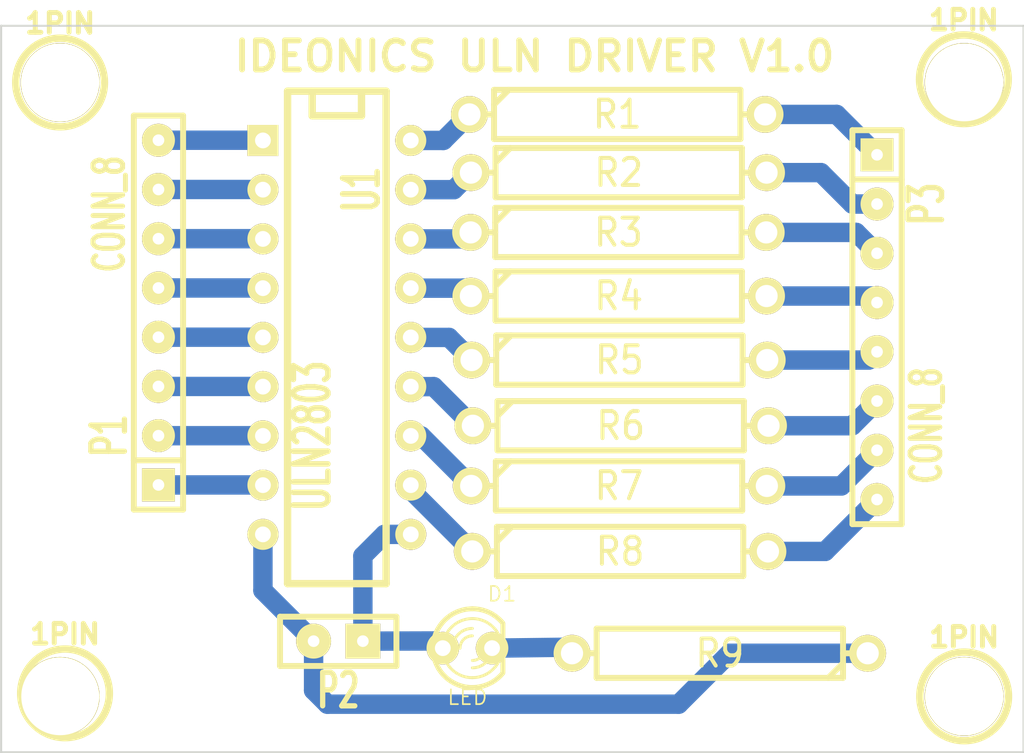
<source format=kicad_pcb>
(kicad_pcb (version 3) (host pcbnew "(2013-07-07 BZR 4022)-stable")

  (general
    (links 29)
    (no_connects 0)
    (area 107.010999 115.65636 159.816001 155.10764)
    (thickness 1.6)
    (drawings 6)
    (tracks 63)
    (zones 0)
    (modules 18)
    (nets 28)
  )

  (page A3)
  (layers
    (15 F.Cu signal)
    (0 B.Cu signal)
    (16 B.Adhes user)
    (17 F.Adhes user)
    (18 B.Paste user)
    (19 F.Paste user)
    (20 B.SilkS user)
    (21 F.SilkS user)
    (22 B.Mask user)
    (23 F.Mask user)
    (24 Dwgs.User user)
    (25 Cmts.User user)
    (26 Eco1.User user)
    (27 Eco2.User user)
    (28 Edge.Cuts user)
  )

  (setup
    (last_trace_width 1)
    (trace_clearance 0.254)
    (zone_clearance 0.508)
    (zone_45_only no)
    (trace_min 0.254)
    (segment_width 0.2)
    (edge_width 0.1)
    (via_size 0.889)
    (via_drill 0.635)
    (via_min_size 0.889)
    (via_min_drill 0.508)
    (uvia_size 0.508)
    (uvia_drill 0.127)
    (uvias_allowed no)
    (uvia_min_size 0.508)
    (uvia_min_drill 0.127)
    (pcb_text_width 0.3)
    (pcb_text_size 1.5 1.5)
    (mod_edge_width 0.15)
    (mod_text_size 1 1)
    (mod_text_width 0.15)
    (pad_size 4.064 4.064)
    (pad_drill 4)
    (pad_to_mask_clearance 0)
    (aux_axis_origin 110.236 119.507)
    (visible_elements 7FFFFFFF)
    (pcbplotparams
      (layerselection 15728641)
      (usegerberextensions true)
      (excludeedgelayer true)
      (linewidth 0.150000)
      (plotframeref false)
      (viasonmask false)
      (mode 1)
      (useauxorigin false)
      (hpglpennumber 1)
      (hpglpenspeed 20)
      (hpglpendiameter 15)
      (hpglpenoverlay 2)
      (psnegative false)
      (psa4output false)
      (plotreference true)
      (plotvalue true)
      (plotothertext true)
      (plotinvisibletext false)
      (padsonsilk false)
      (subtractmaskfromsilk false)
      (outputformat 1)
      (mirror false)
      (drillshape 0)
      (scaleselection 1)
      (outputdirectory ""))
  )

  (net 0 "")
  (net 1 GND)
  (net 2 N-000001)
  (net 3 N-0000011)
  (net 4 N-0000012)
  (net 5 N-0000014)
  (net 6 N-0000015)
  (net 7 N-0000016)
  (net 8 N-0000017)
  (net 9 N-0000018)
  (net 10 N-0000019)
  (net 11 N-000002)
  (net 12 N-0000020)
  (net 13 N-0000021)
  (net 14 N-0000022)
  (net 15 N-0000023)
  (net 16 N-0000024)
  (net 17 N-0000025)
  (net 18 N-0000026)
  (net 19 N-0000027)
  (net 20 N-000003)
  (net 21 N-000004)
  (net 22 N-000005)
  (net 23 N-000006)
  (net 24 N-000007)
  (net 25 N-000008)
  (net 26 N-000009)
  (net 27 VCC)

  (net_class Default "This is the default net class."
    (clearance 0.254)
    (trace_width 1)
    (via_dia 0.889)
    (via_drill 0.635)
    (uvia_dia 0.508)
    (uvia_drill 0.127)
    (add_net "")
    (add_net GND)
    (add_net N-000001)
    (add_net N-0000011)
    (add_net N-0000012)
    (add_net N-0000014)
    (add_net N-0000015)
    (add_net N-0000016)
    (add_net N-0000017)
    (add_net N-0000018)
    (add_net N-0000019)
    (add_net N-000002)
    (add_net N-0000020)
    (add_net N-0000021)
    (add_net N-0000022)
    (add_net N-0000023)
    (add_net N-0000024)
    (add_net N-0000025)
    (add_net N-0000026)
    (add_net N-0000027)
    (add_net N-000003)
    (add_net N-000004)
    (add_net N-000005)
    (add_net N-000006)
    (add_net N-000007)
    (add_net N-000008)
    (add_net N-000009)
    (add_net VCC)
  )

  (module R6 (layer F.Cu) (tedit 5270F4DA) (tstamp 5271BA54)
    (at 138.938 134.07644)
    (descr "Resistance 6 pas")
    (tags R)
    (path /5270E29A)
    (autoplace_cost180 10)
    (fp_text reference R5 (at 0 0) (layer F.SilkS)
      (effects (font (size 1.397 1.27) (thickness 0.2032)))
    )
    (fp_text value 820 (at 0.254 0) (layer F.SilkS) hide
      (effects (font (size 1.397 1.27) (thickness 0.2032)))
    )
    (fp_line (start -6.35 -1.27) (end 6.35 -1.27) (layer F.SilkS) (width 0.3048))
    (fp_line (start 6.35 -1.27) (end 6.35 1.27) (layer F.SilkS) (width 0.3048))
    (fp_line (start 6.35 1.27) (end -6.35 1.27) (layer F.SilkS) (width 0.3048))
    (fp_line (start 6.35 0) (end 7.62 0) (layer F.SilkS) (width 0.3048))
    (fp_line (start -7.62 0) (end -6.35 0) (layer F.SilkS) (width 0.3048))
    (fp_line (start -6.35 -0.508) (end -5.588 -1.27) (layer F.SilkS) (width 0.3048))
    (fp_line (start -6.35 -1.27) (end -6.35 1.27) (layer F.SilkS) (width 0.3048))
    (pad 1 thru_hole circle (at -7.62 0) (size 1.9 1.9) (drill 1.143)
      (layers *.Cu *.Mask F.SilkS)
      (net 8 N-0000017)
    )
    (pad 2 thru_hole circle (at 7.62 0) (size 1.9 1.9) (drill 1.143)
      (layers *.Cu *.Mask F.SilkS)
      (net 22 N-000005)
    )
    (model discret/resistor.wrl
      (at (xyz 0 0 0))
      (scale (xyz 0.6 0.6 0.6))
      (rotate (xyz 0 0 0))
    )
  )

  (module Ideonics_RMC_8 (layer F.Cu) (tedit 520C6630) (tstamp 5271BA8F)
    (at 152.21712 132.37972 270)
    (descr "Connecteur 8 pins")
    (tags "CONN DEV")
    (path /5270E1A3)
    (fp_text reference P3 (at -6.35 -2.54 270) (layer F.SilkS)
      (effects (font (size 1.72974 1.08712) (thickness 0.3048)))
    )
    (fp_text value CONN_8 (at 5.08 -2.54 270) (layer F.SilkS)
      (effects (font (size 1.524 1.016) (thickness 0.3048)))
    )
    (fp_line (start -10.16 -1.27) (end 10.16 -1.27) (layer F.SilkS) (width 0.3048))
    (fp_line (start 10.16 -1.27) (end 10.16 1.27) (layer F.SilkS) (width 0.3048))
    (fp_line (start 10.16 1.27) (end -10.16 1.27) (layer F.SilkS) (width 0.3048))
    (fp_line (start -10.16 1.27) (end -10.16 -1.27) (layer F.SilkS) (width 0.3048))
    (fp_line (start -7.62 1.27) (end -7.62 -1.27) (layer F.SilkS) (width 0.3048))
    (pad 1 thru_hole rect (at -8.89 0 270) (size 1.7 1.7) (drill 0.6)
      (layers *.Cu *.Mask F.SilkS)
      (net 25 N-000008)
    )
    (pad 2 thru_hole circle (at -6.35 0 270) (size 1.7 1.7) (drill 0.6)
      (layers *.Cu *.Mask F.SilkS)
      (net 24 N-000007)
    )
    (pad 3 thru_hole circle (at -3.81 0 270) (size 1.7 1.7) (drill 0.6)
      (layers *.Cu *.Mask F.SilkS)
      (net 11 N-000002)
    )
    (pad 4 thru_hole circle (at -1.27 0 270) (size 1.7 1.7) (drill 0.6)
      (layers *.Cu *.Mask F.SilkS)
      (net 23 N-000006)
    )
    (pad 5 thru_hole circle (at 1.27 0 270) (size 1.7 1.7) (drill 0.6)
      (layers *.Cu *.Mask F.SilkS)
      (net 22 N-000005)
    )
    (pad 6 thru_hole circle (at 3.81 0 270) (size 1.7 1.7) (drill 0.6)
      (layers *.Cu *.Mask F.SilkS)
      (net 21 N-000004)
    )
    (pad 7 thru_hole circle (at 6.35 0 270) (size 1.7 1.7) (drill 0.6)
      (layers *.Cu *.Mask F.SilkS)
      (net 20 N-000003)
    )
    (pad 8 thru_hole circle (at 8.89 0 270) (size 1.7 1.7) (drill 0.6)
      (layers *.Cu *.Mask F.SilkS)
      (net 2 N-000001)
    )
  )

  (module Ideonics_RMC_8 (layer F.Cu) (tedit 520C6630) (tstamp 5271BAA0)
    (at 115.17884 131.62788 90)
    (descr "Connecteur 8 pins")
    (tags "CONN DEV")
    (path /5270E1B0)
    (fp_text reference P1 (at -6.35 -2.54 90) (layer F.SilkS)
      (effects (font (size 1.72974 1.08712) (thickness 0.3048)))
    )
    (fp_text value CONN_8 (at 5.08 -2.54 90) (layer F.SilkS)
      (effects (font (size 1.524 1.016) (thickness 0.3048)))
    )
    (fp_line (start -10.16 -1.27) (end 10.16 -1.27) (layer F.SilkS) (width 0.3048))
    (fp_line (start 10.16 -1.27) (end 10.16 1.27) (layer F.SilkS) (width 0.3048))
    (fp_line (start 10.16 1.27) (end -10.16 1.27) (layer F.SilkS) (width 0.3048))
    (fp_line (start -10.16 1.27) (end -10.16 -1.27) (layer F.SilkS) (width 0.3048))
    (fp_line (start -7.62 1.27) (end -7.62 -1.27) (layer F.SilkS) (width 0.3048))
    (pad 1 thru_hole rect (at -8.89 0 90) (size 1.7 1.7) (drill 0.6)
      (layers *.Cu *.Mask F.SilkS)
      (net 19 N-0000027)
    )
    (pad 2 thru_hole circle (at -6.35 0 90) (size 1.7 1.7) (drill 0.6)
      (layers *.Cu *.Mask F.SilkS)
      (net 18 N-0000026)
    )
    (pad 3 thru_hole circle (at -3.81 0 90) (size 1.7 1.7) (drill 0.6)
      (layers *.Cu *.Mask F.SilkS)
      (net 17 N-0000025)
    )
    (pad 4 thru_hole circle (at -1.27 0 90) (size 1.7 1.7) (drill 0.6)
      (layers *.Cu *.Mask F.SilkS)
      (net 16 N-0000024)
    )
    (pad 5 thru_hole circle (at 1.27 0 90) (size 1.7 1.7) (drill 0.6)
      (layers *.Cu *.Mask F.SilkS)
      (net 15 N-0000023)
    )
    (pad 6 thru_hole circle (at 3.81 0 90) (size 1.7 1.7) (drill 0.6)
      (layers *.Cu *.Mask F.SilkS)
      (net 14 N-0000022)
    )
    (pad 7 thru_hole circle (at 6.35 0 90) (size 1.7 1.7) (drill 0.6)
      (layers *.Cu *.Mask F.SilkS)
      (net 13 N-0000021)
    )
    (pad 8 thru_hole circle (at 8.89 0 90) (size 1.7 1.7) (drill 0.6)
      (layers *.Cu *.Mask F.SilkS)
      (net 5 N-0000014)
    )
  )

  (module Ideonics_RMC_2 (layer F.Cu) (tedit 52272A72) (tstamp 5271BAAA)
    (at 124.44476 148.58492 180)
    (descr "Connecteurs 2 pins")
    (tags "CONN DEV")
    (path /5270E1C7)
    (fp_text reference P2 (at 0 -2.54 180) (layer F.SilkS)
      (effects (font (size 1.72974 1.08712) (thickness 0.27178)))
    )
    (fp_text value CONN_2 (at 0 -2.54 180) (layer F.SilkS) hide
      (effects (font (size 1.524 1.016) (thickness 0.254)))
    )
    (fp_line (start -3 1.27) (end -3 -1.27) (layer F.SilkS) (width 0.3048))
    (fp_line (start -3 -1.27) (end 3 -1.27) (layer F.SilkS) (width 0.3048))
    (fp_line (start 3 -1.27) (end 3 1.27) (layer F.SilkS) (width 0.3048))
    (fp_line (start 3 1.27) (end -3 1.27) (layer F.SilkS) (width 0.3048))
    (pad 1 thru_hole rect (at -1.27 0.01016 180) (size 1.8 1.8) (drill 0.6)
      (layers *.Cu *.Mask F.SilkS)
      (net 27 VCC)
    )
    (pad 2 thru_hole circle (at 1.27 0.01016 180) (size 1.8 1.8) (drill 0.6)
      (layers *.Cu *.Mask F.SilkS)
      (net 1 GND)
    )
  )

  (module DIP-18__300 (layer F.Cu) (tedit 5270EEED) (tstamp 5271BAC7)
    (at 124.37364 132.90804 270)
    (descr "8 pins DIL package, round pads")
    (path /5270E18A)
    (fp_text reference U1 (at -7.62 -1.27 270) (layer F.SilkS)
      (effects (font (size 1.778 1.143) (thickness 0.3048)))
    )
    (fp_text value ULN2803 (at 5.08 1.27 270) (layer F.SilkS)
      (effects (font (size 1.778 1.143) (thickness 0.3048)))
    )
    (fp_line (start -12.7 -1.27) (end -11.43 -1.27) (layer F.SilkS) (width 0.381))
    (fp_line (start -11.43 -1.27) (end -11.43 1.27) (layer F.SilkS) (width 0.381))
    (fp_line (start -11.43 1.27) (end -12.7 1.27) (layer F.SilkS) (width 0.381))
    (fp_line (start -12.7 -2.54) (end 12.7 -2.54) (layer F.SilkS) (width 0.381))
    (fp_line (start 12.7 -2.54) (end 12.7 2.54) (layer F.SilkS) (width 0.381))
    (fp_line (start 12.7 2.54) (end -12.7 2.54) (layer F.SilkS) (width 0.381))
    (fp_line (start -12.7 2.54) (end -12.7 -2.54) (layer F.SilkS) (width 0.381))
    (pad 1 thru_hole rect (at -10.16 3.81 270) (size 1.6 1.6) (drill 0.8128)
      (layers *.Cu *.Mask F.SilkS)
      (net 5 N-0000014)
    )
    (pad 2 thru_hole circle (at -7.62 3.81 270) (size 1.6 1.6) (drill 0.8128)
      (layers *.Cu *.Mask F.SilkS)
      (net 13 N-0000021)
    )
    (pad 3 thru_hole circle (at -5.08 3.81 270) (size 1.6 1.6) (drill 0.8128)
      (layers *.Cu *.Mask F.SilkS)
      (net 14 N-0000022)
    )
    (pad 4 thru_hole circle (at -2.54 3.81 270) (size 1.6 1.6) (drill 0.8128)
      (layers *.Cu *.Mask F.SilkS)
      (net 15 N-0000023)
    )
    (pad 5 thru_hole circle (at 0 3.81 270) (size 1.6 1.6) (drill 0.8128)
      (layers *.Cu *.Mask F.SilkS)
      (net 16 N-0000024)
    )
    (pad 6 thru_hole circle (at 2.54 3.81 270) (size 1.6 1.6) (drill 0.8128)
      (layers *.Cu *.Mask F.SilkS)
      (net 17 N-0000025)
    )
    (pad 7 thru_hole circle (at 5.08 3.81 270) (size 1.6 1.6) (drill 0.8128)
      (layers *.Cu *.Mask F.SilkS)
      (net 18 N-0000026)
    )
    (pad 8 thru_hole circle (at 7.62 3.81 270) (size 1.6 1.6) (drill 0.8128)
      (layers *.Cu *.Mask F.SilkS)
      (net 19 N-0000027)
    )
    (pad 9 thru_hole circle (at 10.16 3.81 270) (size 1.6 1.6) (drill 0.8128)
      (layers *.Cu *.Mask F.SilkS)
      (net 1 GND)
    )
    (pad 10 thru_hole circle (at 10.16 -3.81 270) (size 1.6 1.6) (drill 0.8128)
      (layers *.Cu *.Mask F.SilkS)
      (net 27 VCC)
    )
    (pad 11 thru_hole circle (at 7.62 -3.81 270) (size 1.6 1.6) (drill 0.8128)
      (layers *.Cu *.Mask F.SilkS)
      (net 3 N-0000011)
    )
    (pad 12 thru_hole circle (at 5.08 -3.81 270) (size 1.6 1.6) (drill 0.8128)
      (layers *.Cu *.Mask F.SilkS)
      (net 6 N-0000015)
    )
    (pad 13 thru_hole circle (at 2.54 -3.81 270) (size 1.6 1.6) (drill 0.8128)
      (layers *.Cu *.Mask F.SilkS)
      (net 7 N-0000016)
    )
    (pad 14 thru_hole circle (at 0 -3.81 270) (size 1.6 1.6) (drill 0.8128)
      (layers *.Cu *.Mask F.SilkS)
      (net 8 N-0000017)
    )
    (pad 15 thru_hole circle (at -2.54 -3.81 270) (size 1.6 1.6) (drill 0.8128)
      (layers *.Cu *.Mask F.SilkS)
      (net 9 N-0000018)
    )
    (pad 16 thru_hole circle (at -5.08 -3.81 270) (size 1.6 1.6) (drill 0.8128)
      (layers *.Cu *.Mask F.SilkS)
      (net 4 N-0000012)
    )
    (pad 17 thru_hole circle (at -7.62 -3.81 270) (size 1.6 1.6) (drill 0.8128)
      (layers *.Cu *.Mask F.SilkS)
      (net 10 N-0000019)
    )
    (pad 18 thru_hole circle (at -10.16 -3.81 270) (size 1.6 1.6) (drill 0.8128)
      (layers *.Cu *.Mask F.SilkS)
      (net 12 N-0000020)
    )
    (model dil/dil_18.wrl
      (at (xyz 0 0 0))
      (scale (xyz 1 1 1))
      (rotate (xyz 0 0 0))
    )
  )

  (module LED-3MM (layer F.Cu) (tedit 50ADE848) (tstamp 52712160)
    (at 131.10464 148.93544)
    (descr "LED 3mm - Lead pitch 100mil (2,54mm)")
    (tags "LED led 3mm 3MM 100mil 2,54mm")
    (path /5270F07C)
    (fp_text reference D1 (at 1.778 -2.794) (layer F.SilkS)
      (effects (font (size 0.762 0.762) (thickness 0.0889)))
    )
    (fp_text value LED (at 0 2.54) (layer F.SilkS)
      (effects (font (size 0.762 0.762) (thickness 0.0889)))
    )
    (fp_line (start 1.8288 1.27) (end 1.8288 -1.27) (layer F.SilkS) (width 0.254))
    (fp_arc (start 0.254 0) (end -1.27 0) (angle 39.8) (layer F.SilkS) (width 0.1524))
    (fp_arc (start 0.254 0) (end -0.88392 1.01092) (angle 41.6) (layer F.SilkS) (width 0.1524))
    (fp_arc (start 0.254 0) (end 1.4097 -0.9906) (angle 40.6) (layer F.SilkS) (width 0.1524))
    (fp_arc (start 0.254 0) (end 1.778 0) (angle 39.8) (layer F.SilkS) (width 0.1524))
    (fp_arc (start 0.254 0) (end 0.254 -1.524) (angle 54.4) (layer F.SilkS) (width 0.1524))
    (fp_arc (start 0.254 0) (end -0.9652 -0.9144) (angle 53.1) (layer F.SilkS) (width 0.1524))
    (fp_arc (start 0.254 0) (end 1.45542 0.93472) (angle 52.1) (layer F.SilkS) (width 0.1524))
    (fp_arc (start 0.254 0) (end 0.254 1.524) (angle 52.1) (layer F.SilkS) (width 0.1524))
    (fp_arc (start 0.254 0) (end -0.381 0) (angle 90) (layer F.SilkS) (width 0.1524))
    (fp_arc (start 0.254 0) (end -0.762 0) (angle 90) (layer F.SilkS) (width 0.1524))
    (fp_arc (start 0.254 0) (end 0.889 0) (angle 90) (layer F.SilkS) (width 0.1524))
    (fp_arc (start 0.254 0) (end 1.27 0) (angle 90) (layer F.SilkS) (width 0.1524))
    (fp_arc (start 0.254 0) (end 0.254 -2.032) (angle 50.1) (layer F.SilkS) (width 0.254))
    (fp_arc (start 0.254 0) (end -1.5367 -0.95504) (angle 61.9) (layer F.SilkS) (width 0.254))
    (fp_arc (start 0.254 0) (end 1.8034 1.31064) (angle 49.7) (layer F.SilkS) (width 0.254))
    (fp_arc (start 0.254 0) (end 0.254 2.032) (angle 60.2) (layer F.SilkS) (width 0.254))
    (fp_arc (start 0.254 0) (end -1.778 0) (angle 28.3) (layer F.SilkS) (width 0.254))
    (fp_arc (start 0.254 0) (end -1.47574 1.06426) (angle 31.6) (layer F.SilkS) (width 0.254))
    (pad 1 thru_hole circle (at -1.27 0) (size 1.6764 1.6764) (drill 0.8128)
      (layers *.Cu *.Mask F.SilkS)
      (net 27 VCC)
    )
    (pad 2 thru_hole circle (at 1.27 0) (size 1.6764 1.6764) (drill 0.8128)
      (layers *.Cu *.Mask F.SilkS)
      (net 26 N-000009)
    )
    (model discret/leds/led3_vertical_verde.wrl
      (at (xyz 0 0 0))
      (scale (xyz 1 1 1))
      (rotate (xyz 0 0 0))
    )
  )

  (module R6 (layer F.Cu) (tedit 5270F4DA) (tstamp 5271BA1C)
    (at 138.82624 121.40692)
    (descr "Resistance 6 pas")
    (tags R)
    (path /5270E254)
    (autoplace_cost180 10)
    (fp_text reference R1 (at 0 0) (layer F.SilkS)
      (effects (font (size 1.397 1.27) (thickness 0.2032)))
    )
    (fp_text value 820 (at 0.254 0) (layer F.SilkS) hide
      (effects (font (size 1.397 1.27) (thickness 0.2032)))
    )
    (fp_line (start -6.35 -1.27) (end 6.35 -1.27) (layer F.SilkS) (width 0.3048))
    (fp_line (start 6.35 -1.27) (end 6.35 1.27) (layer F.SilkS) (width 0.3048))
    (fp_line (start 6.35 1.27) (end -6.35 1.27) (layer F.SilkS) (width 0.3048))
    (fp_line (start 6.35 0) (end 7.62 0) (layer F.SilkS) (width 0.3048))
    (fp_line (start -7.62 0) (end -6.35 0) (layer F.SilkS) (width 0.3048))
    (fp_line (start -6.35 -0.508) (end -5.588 -1.27) (layer F.SilkS) (width 0.3048))
    (fp_line (start -6.35 -1.27) (end -6.35 1.27) (layer F.SilkS) (width 0.3048))
    (pad 1 thru_hole circle (at -7.62 0) (size 1.9 1.9) (drill 1.143)
      (layers *.Cu *.Mask F.SilkS)
      (net 12 N-0000020)
    )
    (pad 2 thru_hole circle (at 7.62 0) (size 1.9 1.9) (drill 1.143)
      (layers *.Cu *.Mask F.SilkS)
      (net 25 N-000008)
    )
    (model discret/resistor.wrl
      (at (xyz 0 0 0))
      (scale (xyz 0.6 0.6 0.6))
      (rotate (xyz 0 0 0))
    )
  )

  (module R6 (layer F.Cu) (tedit 5270F4DA) (tstamp 5271BA2A)
    (at 138.90244 124.4092)
    (descr "Resistance 6 pas")
    (tags R)
    (path /5270E261)
    (autoplace_cost180 10)
    (fp_text reference R2 (at 0 0) (layer F.SilkS)
      (effects (font (size 1.397 1.27) (thickness 0.2032)))
    )
    (fp_text value 820 (at 0.254 0) (layer F.SilkS) hide
      (effects (font (size 1.397 1.27) (thickness 0.2032)))
    )
    (fp_line (start -6.35 -1.27) (end 6.35 -1.27) (layer F.SilkS) (width 0.3048))
    (fp_line (start 6.35 -1.27) (end 6.35 1.27) (layer F.SilkS) (width 0.3048))
    (fp_line (start 6.35 1.27) (end -6.35 1.27) (layer F.SilkS) (width 0.3048))
    (fp_line (start 6.35 0) (end 7.62 0) (layer F.SilkS) (width 0.3048))
    (fp_line (start -7.62 0) (end -6.35 0) (layer F.SilkS) (width 0.3048))
    (fp_line (start -6.35 -0.508) (end -5.588 -1.27) (layer F.SilkS) (width 0.3048))
    (fp_line (start -6.35 -1.27) (end -6.35 1.27) (layer F.SilkS) (width 0.3048))
    (pad 1 thru_hole circle (at -7.62 0) (size 1.9 1.9) (drill 1.143)
      (layers *.Cu *.Mask F.SilkS)
      (net 10 N-0000019)
    )
    (pad 2 thru_hole circle (at 7.62 0) (size 1.9 1.9) (drill 1.143)
      (layers *.Cu *.Mask F.SilkS)
      (net 24 N-000007)
    )
    (model discret/resistor.wrl
      (at (xyz 0 0 0))
      (scale (xyz 0.6 0.6 0.6))
      (rotate (xyz 0 0 0))
    )
  )

  (module R6 (layer F.Cu) (tedit 5270F4DA) (tstamp 5271BA38)
    (at 138.8872 127.49276)
    (descr "Resistance 6 pas")
    (tags R)
    (path /5270E267)
    (autoplace_cost180 10)
    (fp_text reference R3 (at 0 0) (layer F.SilkS)
      (effects (font (size 1.397 1.27) (thickness 0.2032)))
    )
    (fp_text value 820 (at 0.254 0) (layer F.SilkS) hide
      (effects (font (size 1.397 1.27) (thickness 0.2032)))
    )
    (fp_line (start -6.35 -1.27) (end 6.35 -1.27) (layer F.SilkS) (width 0.3048))
    (fp_line (start 6.35 -1.27) (end 6.35 1.27) (layer F.SilkS) (width 0.3048))
    (fp_line (start 6.35 1.27) (end -6.35 1.27) (layer F.SilkS) (width 0.3048))
    (fp_line (start 6.35 0) (end 7.62 0) (layer F.SilkS) (width 0.3048))
    (fp_line (start -7.62 0) (end -6.35 0) (layer F.SilkS) (width 0.3048))
    (fp_line (start -6.35 -0.508) (end -5.588 -1.27) (layer F.SilkS) (width 0.3048))
    (fp_line (start -6.35 -1.27) (end -6.35 1.27) (layer F.SilkS) (width 0.3048))
    (pad 1 thru_hole circle (at -7.62 0) (size 1.9 1.9) (drill 1.143)
      (layers *.Cu *.Mask F.SilkS)
      (net 4 N-0000012)
    )
    (pad 2 thru_hole circle (at 7.62 0) (size 1.9 1.9) (drill 1.143)
      (layers *.Cu *.Mask F.SilkS)
      (net 11 N-000002)
    )
    (model discret/resistor.wrl
      (at (xyz 0 0 0))
      (scale (xyz 0.6 0.6 0.6))
      (rotate (xyz 0 0 0))
    )
  )

  (module R6 (layer F.Cu) (tedit 5270F4DA) (tstamp 5271BA46)
    (at 138.90244 130.77444)
    (descr "Resistance 6 pas")
    (tags R)
    (path /5270E28F)
    (autoplace_cost180 10)
    (fp_text reference R4 (at 0 0) (layer F.SilkS)
      (effects (font (size 1.397 1.27) (thickness 0.2032)))
    )
    (fp_text value 820 (at 0.254 0) (layer F.SilkS) hide
      (effects (font (size 1.397 1.27) (thickness 0.2032)))
    )
    (fp_line (start -6.35 -1.27) (end 6.35 -1.27) (layer F.SilkS) (width 0.3048))
    (fp_line (start 6.35 -1.27) (end 6.35 1.27) (layer F.SilkS) (width 0.3048))
    (fp_line (start 6.35 1.27) (end -6.35 1.27) (layer F.SilkS) (width 0.3048))
    (fp_line (start 6.35 0) (end 7.62 0) (layer F.SilkS) (width 0.3048))
    (fp_line (start -7.62 0) (end -6.35 0) (layer F.SilkS) (width 0.3048))
    (fp_line (start -6.35 -0.508) (end -5.588 -1.27) (layer F.SilkS) (width 0.3048))
    (fp_line (start -6.35 -1.27) (end -6.35 1.27) (layer F.SilkS) (width 0.3048))
    (pad 1 thru_hole circle (at -7.62 0) (size 1.9 1.9) (drill 1.143)
      (layers *.Cu *.Mask F.SilkS)
      (net 9 N-0000018)
    )
    (pad 2 thru_hole circle (at 7.62 0) (size 1.9 1.9) (drill 1.143)
      (layers *.Cu *.Mask F.SilkS)
      (net 23 N-000006)
    )
    (model discret/resistor.wrl
      (at (xyz 0 0 0))
      (scale (xyz 0.6 0.6 0.6))
      (rotate (xyz 0 0 0))
    )
  )

  (module R6 (layer F.Cu) (tedit 5270F4DA) (tstamp 5271BA62)
    (at 139.00404 137.4648)
    (descr "Resistance 6 pas")
    (tags R)
    (path /5270E2A5)
    (autoplace_cost180 10)
    (fp_text reference R6 (at 0 0) (layer F.SilkS)
      (effects (font (size 1.397 1.27) (thickness 0.2032)))
    )
    (fp_text value 820 (at 0.254 0) (layer F.SilkS) hide
      (effects (font (size 1.397 1.27) (thickness 0.2032)))
    )
    (fp_line (start -6.35 -1.27) (end 6.35 -1.27) (layer F.SilkS) (width 0.3048))
    (fp_line (start 6.35 -1.27) (end 6.35 1.27) (layer F.SilkS) (width 0.3048))
    (fp_line (start 6.35 1.27) (end -6.35 1.27) (layer F.SilkS) (width 0.3048))
    (fp_line (start 6.35 0) (end 7.62 0) (layer F.SilkS) (width 0.3048))
    (fp_line (start -7.62 0) (end -6.35 0) (layer F.SilkS) (width 0.3048))
    (fp_line (start -6.35 -0.508) (end -5.588 -1.27) (layer F.SilkS) (width 0.3048))
    (fp_line (start -6.35 -1.27) (end -6.35 1.27) (layer F.SilkS) (width 0.3048))
    (pad 1 thru_hole circle (at -7.62 0) (size 1.9 1.9) (drill 1.143)
      (layers *.Cu *.Mask F.SilkS)
      (net 7 N-0000016)
    )
    (pad 2 thru_hole circle (at 7.62 0) (size 1.9 1.9) (drill 1.143)
      (layers *.Cu *.Mask F.SilkS)
      (net 21 N-000004)
    )
    (model discret/resistor.wrl
      (at (xyz 0 0 0))
      (scale (xyz 0.6 0.6 0.6))
      (rotate (xyz 0 0 0))
    )
  )

  (module R6 (layer F.Cu) (tedit 5270F4DA) (tstamp 5271BA70)
    (at 138.91768 140.56868)
    (descr "Resistance 6 pas")
    (tags R)
    (path /5270E2B0)
    (autoplace_cost180 10)
    (fp_text reference R7 (at 0 0) (layer F.SilkS)
      (effects (font (size 1.397 1.27) (thickness 0.2032)))
    )
    (fp_text value 820 (at 0.254 0) (layer F.SilkS) hide
      (effects (font (size 1.397 1.27) (thickness 0.2032)))
    )
    (fp_line (start -6.35 -1.27) (end 6.35 -1.27) (layer F.SilkS) (width 0.3048))
    (fp_line (start 6.35 -1.27) (end 6.35 1.27) (layer F.SilkS) (width 0.3048))
    (fp_line (start 6.35 1.27) (end -6.35 1.27) (layer F.SilkS) (width 0.3048))
    (fp_line (start 6.35 0) (end 7.62 0) (layer F.SilkS) (width 0.3048))
    (fp_line (start -7.62 0) (end -6.35 0) (layer F.SilkS) (width 0.3048))
    (fp_line (start -6.35 -0.508) (end -5.588 -1.27) (layer F.SilkS) (width 0.3048))
    (fp_line (start -6.35 -1.27) (end -6.35 1.27) (layer F.SilkS) (width 0.3048))
    (pad 1 thru_hole circle (at -7.62 0) (size 1.9 1.9) (drill 1.143)
      (layers *.Cu *.Mask F.SilkS)
      (net 6 N-0000015)
    )
    (pad 2 thru_hole circle (at 7.62 0) (size 1.9 1.9) (drill 1.143)
      (layers *.Cu *.Mask F.SilkS)
      (net 20 N-000003)
    )
    (model discret/resistor.wrl
      (at (xyz 0 0 0))
      (scale (xyz 0.6 0.6 0.6))
      (rotate (xyz 0 0 0))
    )
  )

  (module R6 (layer F.Cu) (tedit 5270F4DA) (tstamp 5271BA7E)
    (at 138.97356 143.94688)
    (descr "Resistance 6 pas")
    (tags R)
    (path /5270E2B6)
    (autoplace_cost180 10)
    (fp_text reference R8 (at 0 0) (layer F.SilkS)
      (effects (font (size 1.397 1.27) (thickness 0.2032)))
    )
    (fp_text value 820 (at 0.254 0) (layer F.SilkS) hide
      (effects (font (size 1.397 1.27) (thickness 0.2032)))
    )
    (fp_line (start -6.35 -1.27) (end 6.35 -1.27) (layer F.SilkS) (width 0.3048))
    (fp_line (start 6.35 -1.27) (end 6.35 1.27) (layer F.SilkS) (width 0.3048))
    (fp_line (start 6.35 1.27) (end -6.35 1.27) (layer F.SilkS) (width 0.3048))
    (fp_line (start 6.35 0) (end 7.62 0) (layer F.SilkS) (width 0.3048))
    (fp_line (start -7.62 0) (end -6.35 0) (layer F.SilkS) (width 0.3048))
    (fp_line (start -6.35 -0.508) (end -5.588 -1.27) (layer F.SilkS) (width 0.3048))
    (fp_line (start -6.35 -1.27) (end -6.35 1.27) (layer F.SilkS) (width 0.3048))
    (pad 1 thru_hole circle (at -7.62 0) (size 1.9 1.9) (drill 1.143)
      (layers *.Cu *.Mask F.SilkS)
      (net 3 N-0000011)
    )
    (pad 2 thru_hole circle (at 7.62 0) (size 1.9 1.9) (drill 1.143)
      (layers *.Cu *.Mask F.SilkS)
      (net 2 N-000001)
    )
    (model discret/resistor.wrl
      (at (xyz 0 0 0))
      (scale (xyz 0.6 0.6 0.6))
      (rotate (xyz 0 0 0))
    )
  )

  (module R6 (layer F.Cu) (tedit 5270F4DA) (tstamp 527113FB)
    (at 144.11452 149.1996 180)
    (descr "Resistance 6 pas")
    (tags R)
    (path /5270F093)
    (autoplace_cost180 10)
    (fp_text reference R9 (at 0 0 180) (layer F.SilkS)
      (effects (font (size 1.397 1.27) (thickness 0.2032)))
    )
    (fp_text value 820 (at 0.254 0 180) (layer F.SilkS) hide
      (effects (font (size 1.397 1.27) (thickness 0.2032)))
    )
    (fp_line (start -6.35 -1.27) (end 6.35 -1.27) (layer F.SilkS) (width 0.3048))
    (fp_line (start 6.35 -1.27) (end 6.35 1.27) (layer F.SilkS) (width 0.3048))
    (fp_line (start 6.35 1.27) (end -6.35 1.27) (layer F.SilkS) (width 0.3048))
    (fp_line (start 6.35 0) (end 7.62 0) (layer F.SilkS) (width 0.3048))
    (fp_line (start -7.62 0) (end -6.35 0) (layer F.SilkS) (width 0.3048))
    (fp_line (start -6.35 -0.508) (end -5.588 -1.27) (layer F.SilkS) (width 0.3048))
    (fp_line (start -6.35 -1.27) (end -6.35 1.27) (layer F.SilkS) (width 0.3048))
    (pad 1 thru_hole circle (at -7.62 0 180) (size 1.9 1.9) (drill 1.143)
      (layers *.Cu *.Mask F.SilkS)
      (net 1 GND)
    )
    (pad 2 thru_hole circle (at 7.62 0 180) (size 1.9 1.9) (drill 1.143)
      (layers *.Cu *.Mask F.SilkS)
      (net 26 N-000009)
    )
    (model discret/resistor.wrl
      (at (xyz 0 0 0))
      (scale (xyz 0.6 0.6 0.6))
      (rotate (xyz 0 0 0))
    )
  )

  (module 1pin (layer F.Cu) (tedit 5270FA72) (tstamp 5271384D)
    (at 110.109 119.761)
    (descr "module 1 pin (ou trou mecanique de percage)")
    (tags DEV)
    (path 1pin)
    (fp_text reference 1PIN (at 0 -3.048) (layer F.SilkS)
      (effects (font (size 1.016 1.016) (thickness 0.254)))
    )
    (fp_text value P*** (at 0 2.794) (layer F.SilkS) hide
      (effects (font (size 1.016 1.016) (thickness 0.254)))
    )
    (fp_circle (center 0 0) (end 0 -2.286) (layer F.SilkS) (width 0.381))
    (pad 1 thru_hole circle (at 0 0) (size 4.064 4.064) (drill 4)
      (layers *.Cu *.Mask F.SilkS)
    )
  )

  (module 1pin (layer F.Cu) (tedit 5270FA89) (tstamp 52713861)
    (at 110.363 151.26716)
    (descr "module 1 pin (ou trou mecanique de percage)")
    (tags DEV)
    (path 1pin)
    (fp_text reference 1PIN (at 0 -3.048) (layer F.SilkS)
      (effects (font (size 1.016 1.016) (thickness 0.254)))
    )
    (fp_text value P*** (at 0 2.794) (layer F.SilkS) hide
      (effects (font (size 1.016 1.016) (thickness 0.254)))
    )
    (fp_circle (center 0 0) (end 0 -2.286) (layer F.SilkS) (width 0.381))
    (pad 1 thru_hole circle (at -0.254 0.15748) (size 4.064 4.064) (drill 4)
      (layers *.Cu *.Mask F.SilkS)
    )
  )

  (module 1pin (layer F.Cu) (tedit 5270FA82) (tstamp 52713874)
    (at 156.70784 151.42464)
    (descr "module 1 pin (ou trou mecanique de percage)")
    (tags DEV)
    (path 1pin)
    (fp_text reference 1PIN (at 0 -3.048) (layer F.SilkS)
      (effects (font (size 1.016 1.016) (thickness 0.254)))
    )
    (fp_text value P*** (at 0 2.794) (layer F.SilkS) hide
      (effects (font (size 1.016 1.016) (thickness 0.254)))
    )
    (fp_circle (center 0 0) (end 0 -2.286) (layer F.SilkS) (width 0.381))
    (pad 1 thru_hole circle (at 0 0) (size 4.064 4.064) (drill 4)
      (layers *.Cu *.Mask F.SilkS)
    )
  )

  (module 1pin (layer F.Cu) (tedit 5270FA78) (tstamp 52713886)
    (at 156.6926 119.59336)
    (descr "module 1 pin (ou trou mecanique de percage)")
    (tags DEV)
    (path 1pin)
    (fp_text reference 1PIN (at 0 -3.048) (layer F.SilkS)
      (effects (font (size 1.016 1.016) (thickness 0.254)))
    )
    (fp_text value P*** (at 0 2.794) (layer F.SilkS) hide
      (effects (font (size 1.016 1.016) (thickness 0.254)))
    )
    (fp_circle (center 0 0) (end 0 -2.286) (layer F.SilkS) (width 0.381))
    (pad 1 thru_hole circle (at 0.01524 0.16764) (size 4.064 4.064) (drill 4)
      (layers *.Cu *.Mask F.SilkS)
    )
  )

  (gr_text "IDEONICS ULN DRIVER V1.0\n" (at 134.55904 118.40972) (layer F.SilkS)
    (effects (font (size 1.5 1.5) (thickness 0.3)))
  )
  (gr_line (start 107.07116 116.82476) (end 107.07116 154.31008) (angle 90) (layer Edge.Cuts) (width 0.1))
  (gr_line (start 159.766 116.83492) (end 107.07624 116.83492) (angle 90) (layer Edge.Cuts) (width 0.1))
  (gr_line (start 159.766 154.305) (end 107.061 154.305) (angle 90) (layer Edge.Cuts) (width 0.1))
  (gr_line (start 159.766 116.84) (end 159.766 154.305) (angle 90) (layer Edge.Cuts) (width 0.1))
  (gr_line (start 159.766 116.84) (end 159.766 116.84) (angle 90) (layer Edge.Cuts) (width 0.1))

  (segment (start 123.17476 148.57476) (end 123.17476 151.11476) (width 1) (layer B.Cu) (net 1))
  (segment (start 144.61744 149.1996) (end 151.73452 149.1996) (width 1) (layer B.Cu) (net 1) (tstamp 52712186))
  (segment (start 141.99108 151.82596) (end 144.61744 149.1996) (width 1) (layer B.Cu) (net 1) (tstamp 52712185))
  (segment (start 123.88596 151.82596) (end 141.99108 151.82596) (width 1) (layer B.Cu) (net 1) (tstamp 52712184))
  (segment (start 123.17476 151.11476) (end 123.88596 151.82596) (width 1) (layer B.Cu) (net 1) (tstamp 52712183))
  (segment (start 120.56364 143.06804) (end 120.56364 145.96364) (width 1) (layer B.Cu) (net 1))
  (segment (start 120.56364 145.96364) (end 123.17476 148.57476) (width 1) (layer B.Cu) (net 1) (tstamp 5271207F))
  (segment (start 146.59356 143.94688) (end 149.53996 143.94688) (width 1) (layer B.Cu) (net 2))
  (segment (start 149.53996 143.94688) (end 152.21712 141.26972) (width 1) (layer B.Cu) (net 2) (tstamp 52712082))
  (segment (start 128.18364 140.52804) (end 128.18364 140.77696) (width 1) (layer B.Cu) (net 3))
  (segment (start 128.18364 140.77696) (end 131.35356 143.94688) (width 1) (layer B.Cu) (net 3) (tstamp 52712062))
  (segment (start 128.18364 127.82804) (end 130.93192 127.82804) (width 1) (layer B.Cu) (net 4))
  (segment (start 130.93192 127.82804) (end 131.2672 127.49276) (width 1) (layer B.Cu) (net 4) (tstamp 52712076))
  (segment (start 115.17884 122.73788) (end 120.55348 122.73788) (width 1) (layer B.Cu) (net 5))
  (segment (start 120.55348 122.73788) (end 120.56364 122.74804) (width 1.2) (layer B.Cu) (net 5) (tstamp 5271154E))
  (segment (start 128.18364 137.98804) (end 128.71704 137.98804) (width 1) (layer B.Cu) (net 6))
  (segment (start 128.71704 137.98804) (end 131.29768 140.56868) (width 1) (layer B.Cu) (net 6) (tstamp 5271206A))
  (segment (start 128.18364 135.44804) (end 129.36728 135.44804) (width 1) (layer B.Cu) (net 7))
  (segment (start 129.36728 135.44804) (end 131.38404 137.4648) (width 1) (layer B.Cu) (net 7) (tstamp 5271206D))
  (segment (start 128.18364 132.90804) (end 130.1496 132.90804) (width 1) (layer B.Cu) (net 8))
  (segment (start 130.1496 132.90804) (end 131.318 134.07644) (width 1) (layer B.Cu) (net 8) (tstamp 52712070))
  (segment (start 128.18364 130.36804) (end 130.87604 130.36804) (width 1) (layer B.Cu) (net 9))
  (segment (start 130.87604 130.36804) (end 131.28244 130.77444) (width 1) (layer B.Cu) (net 9) (tstamp 52712073))
  (segment (start 128.18364 125.28804) (end 130.4036 125.28804) (width 1) (layer B.Cu) (net 10))
  (segment (start 130.4036 125.28804) (end 131.28244 124.4092) (width 1) (layer B.Cu) (net 10) (tstamp 52712079))
  (segment (start 146.5072 127.49276) (end 151.14016 127.49276) (width 1) (layer B.Cu) (net 11))
  (segment (start 151.14016 127.49276) (end 152.21712 128.56972) (width 1) (layer B.Cu) (net 11) (tstamp 52712091))
  (segment (start 128.18364 122.74804) (end 129.86512 122.74804) (width 1) (layer B.Cu) (net 12))
  (segment (start 129.86512 122.74804) (end 131.20624 121.40692) (width 1) (layer B.Cu) (net 12) (tstamp 5271207C))
  (segment (start 115.17884 125.27788) (end 120.55348 125.27788) (width 1) (layer B.Cu) (net 13))
  (segment (start 120.55348 125.27788) (end 120.56364 125.28804) (width 1.2) (layer B.Cu) (net 13) (tstamp 5271154B))
  (segment (start 115.17884 127.81788) (end 120.55348 127.81788) (width 1) (layer B.Cu) (net 14))
  (segment (start 120.55348 127.81788) (end 120.56364 127.82804) (width 1.2) (layer B.Cu) (net 14) (tstamp 52711548))
  (segment (start 115.17884 130.35788) (end 120.55348 130.35788) (width 1) (layer B.Cu) (net 15))
  (segment (start 120.55348 130.35788) (end 120.56364 130.36804) (width 1.2) (layer B.Cu) (net 15) (tstamp 52711537))
  (segment (start 115.17884 132.89788) (end 120.55348 132.89788) (width 1) (layer B.Cu) (net 16))
  (segment (start 120.55348 132.89788) (end 120.56364 132.90804) (width 1.2) (layer B.Cu) (net 16) (tstamp 5271153C))
  (segment (start 115.17884 135.43788) (end 120.55348 135.43788) (width 1) (layer B.Cu) (net 17))
  (segment (start 120.55348 135.43788) (end 120.56364 135.44804) (width 1.2) (layer B.Cu) (net 17) (tstamp 5271153F))
  (segment (start 115.17884 137.97788) (end 120.55348 137.97788) (width 1) (layer B.Cu) (net 18))
  (segment (start 120.55348 137.97788) (end 120.56364 137.98804) (width 1.2) (layer B.Cu) (net 18) (tstamp 52711542))
  (segment (start 115.17884 140.51788) (end 120.55348 140.51788) (width 1) (layer B.Cu) (net 19))
  (segment (start 120.55348 140.51788) (end 120.56364 140.52804) (width 1.2) (layer B.Cu) (net 19) (tstamp 52711545))
  (segment (start 146.53768 140.56868) (end 150.37816 140.56868) (width 1) (layer B.Cu) (net 20))
  (segment (start 150.37816 140.56868) (end 152.21712 138.72972) (width 1) (layer B.Cu) (net 20) (tstamp 52712085))
  (segment (start 146.62404 137.4648) (end 150.94204 137.4648) (width 1) (layer B.Cu) (net 21))
  (segment (start 150.94204 137.4648) (end 152.21712 136.18972) (width 1) (layer B.Cu) (net 21) (tstamp 52712088))
  (segment (start 146.558 134.07644) (end 151.7904 134.07644) (width 1) (layer B.Cu) (net 22))
  (segment (start 151.7904 134.07644) (end 152.21712 133.64972) (width 1) (layer B.Cu) (net 22) (tstamp 5271208B))
  (segment (start 146.52244 130.77444) (end 151.88184 130.77444) (width 1) (layer B.Cu) (net 23))
  (segment (start 151.88184 130.77444) (end 152.21712 131.10972) (width 1) (layer B.Cu) (net 23) (tstamp 5271208E))
  (segment (start 146.52244 124.4092) (end 149.3266 124.4092) (width 1) (layer B.Cu) (net 24))
  (segment (start 150.94712 126.02972) (end 152.21712 126.02972) (width 1) (layer B.Cu) (net 24) (tstamp 52712096))
  (segment (start 149.3266 124.4092) (end 150.94712 126.02972) (width 1) (layer B.Cu) (net 24) (tstamp 52712095))
  (segment (start 146.44624 121.40692) (end 150.13432 121.40692) (width 1) (layer B.Cu) (net 25))
  (segment (start 150.13432 121.40692) (end 152.21712 123.48972) (width 1) (layer B.Cu) (net 25) (tstamp 52712099))
  (segment (start 132.37464 148.93544) (end 136.18464 148.88972) (width 1) (layer B.Cu) (net 26) (status 20))
  (segment (start 136.18464 148.88972) (end 136.49452 149.1996) (width 1) (layer B.Cu) (net 26) (tstamp 527120BA) (status 30))
  (segment (start 125.71476 148.57476) (end 129.4638 148.5646) (width 1) (layer B.Cu) (net 27) (status 20))
  (segment (start 129.4638 148.5646) (end 129.83464 148.93544) (width 1) (layer B.Cu) (net 27) (tstamp 527120B7) (status 30))
  (segment (start 125.71476 148.57476) (end 125.71476 144.18056) (width 1) (layer B.Cu) (net 27))
  (segment (start 126.82728 143.06804) (end 128.18364 143.06804) (width 1) (layer B.Cu) (net 27) (tstamp 52712067))
  (segment (start 125.71476 144.18056) (end 126.82728 143.06804) (width 1) (layer B.Cu) (net 27) (tstamp 52712066))

)

</source>
